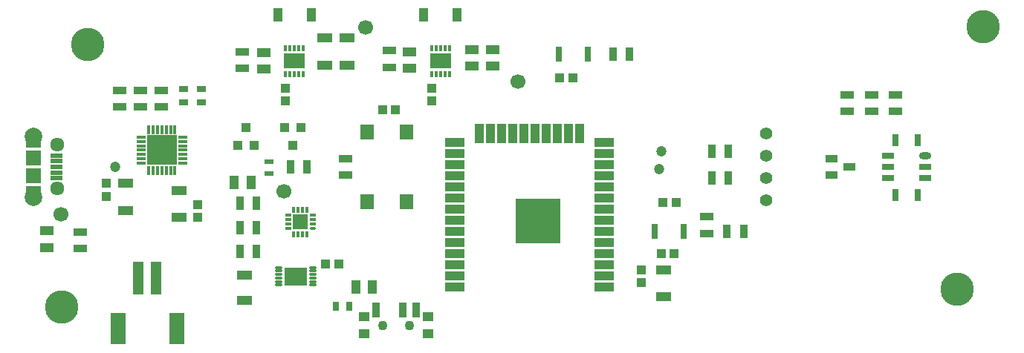
<source format=gts>
G04*
G04 #@! TF.GenerationSoftware,Altium Limited,Altium Designer,18.1.9 (240)*
G04*
G04 Layer_Color=8388736*
%FSLAX25Y25*%
%MOIN*%
G70*
G01*
G75*
%ADD58R,0.07099X0.04343*%
%ADD59R,0.03556X0.05918*%
%ADD60R,0.04343X0.05918*%
%ADD61O,0.03937X0.01181*%
%ADD62R,0.10446X0.08477*%
%ADD63C,0.06693*%
%ADD64R,0.06706X0.14186*%
%ADD65R,0.04737X0.14580*%
%ADD66C,0.04724*%
%ADD67R,0.06154X0.04186*%
%ADD68R,0.05918X0.03556*%
%ADD69R,0.06902X0.06706*%
%ADD70R,0.05709X0.02165*%
%ADD71R,0.05524X0.03162*%
%ADD72O,0.05524X0.03162*%
%ADD73R,0.03162X0.05524*%
%ADD74R,0.20485X0.20485*%
%ADD75R,0.08674X0.04343*%
%ADD76R,0.04343X0.08674*%
%ADD77R,0.04370X0.01457*%
%ADD78R,0.01457X0.04370*%
%ADD79R,0.13189X0.13189*%
%ADD80R,0.03950X0.03950*%
%ADD81R,0.03162X0.04343*%
%ADD82R,0.05918X0.06902*%
%ADD83R,0.06693X0.06693*%
%ADD84O,0.02756X0.01378*%
%ADD85R,0.02756X0.01378*%
%ADD86R,0.01378X0.02756*%
%ADD87R,0.03950X0.04343*%
%ADD88R,0.01339X0.02756*%
%ADD89R,0.09794X0.06894*%
%ADD90R,0.02965X0.06706*%
%ADD91R,0.03950X0.03950*%
%ADD92R,0.05918X0.04343*%
%ADD93R,0.04343X0.03162*%
%ADD94R,0.05446X0.03202*%
%ADD95R,0.03556X0.06706*%
%ADD96R,0.04737X0.03950*%
%ADD97R,0.03950X0.01981*%
%ADD98C,0.14961*%
%ADD99C,0.07887*%
%ADD100C,0.06343*%
%ADD101C,0.05512*%
%ADD102C,0.04343*%
D58*
X147673Y140551D02*
D03*
Y128347D02*
D03*
X137795Y140551D02*
D03*
Y128347D02*
D03*
X101575Y34055D02*
D03*
Y22638D02*
D03*
X289567Y24213D02*
D03*
Y36417D02*
D03*
X72244Y59842D02*
D03*
Y72047D02*
D03*
X48228Y62992D02*
D03*
Y75197D02*
D03*
D59*
X311221Y77756D02*
D03*
X318701D02*
D03*
X318701Y89567D02*
D03*
X311221D02*
D03*
X107087Y66142D02*
D03*
X99606D02*
D03*
X122228Y82677D02*
D03*
X129709D02*
D03*
X325590Y53740D02*
D03*
X318110D02*
D03*
X274410Y133161D02*
D03*
X266929D02*
D03*
X107087Y44488D02*
D03*
X99606D02*
D03*
Y55315D02*
D03*
X107087D02*
D03*
D60*
X97146Y75590D02*
D03*
X104626D02*
D03*
X151575Y28740D02*
D03*
X159055D02*
D03*
X196850Y151083D02*
D03*
X181890D02*
D03*
X116732D02*
D03*
X131693D02*
D03*
D61*
X132480Y29528D02*
D03*
Y31102D02*
D03*
Y32677D02*
D03*
Y34252D02*
D03*
Y35827D02*
D03*
Y37402D02*
D03*
X117126D02*
D03*
Y35827D02*
D03*
Y34252D02*
D03*
Y32677D02*
D03*
Y31102D02*
D03*
Y29528D02*
D03*
D62*
X124803Y33465D02*
D03*
D63*
X119291Y71653D02*
D03*
X19291Y61417D02*
D03*
X224213Y121063D02*
D03*
X155965Y145276D02*
D03*
D64*
X44882Y9843D02*
D03*
X71260D02*
D03*
D65*
X54134Y32480D02*
D03*
X62008D02*
D03*
D66*
X287795Y81496D02*
D03*
X288583Y89567D02*
D03*
X43807Y82571D02*
D03*
D67*
X12992Y53839D02*
D03*
Y46161D02*
D03*
D68*
X27953Y53347D02*
D03*
Y45866D02*
D03*
X393701Y114961D02*
D03*
Y107480D02*
D03*
X309055Y52756D02*
D03*
Y60236D02*
D03*
X146850Y78937D02*
D03*
Y86417D02*
D03*
X166535Y127362D02*
D03*
Y134843D02*
D03*
X54921Y109646D02*
D03*
Y117126D02*
D03*
X45630Y109646D02*
D03*
Y117126D02*
D03*
X64213Y109646D02*
D03*
Y117126D02*
D03*
X382874Y114961D02*
D03*
Y107480D02*
D03*
X372047Y114961D02*
D03*
Y107480D02*
D03*
X100787Y126969D02*
D03*
Y134449D02*
D03*
D69*
X6890Y70669D02*
D03*
Y94685D02*
D03*
Y78740D02*
D03*
Y86614D02*
D03*
D70*
X17421Y77559D02*
D03*
Y80118D02*
D03*
Y82677D02*
D03*
Y85236D02*
D03*
Y87795D02*
D03*
D71*
X407087Y77598D02*
D03*
Y82598D02*
D03*
X390354Y87598D02*
D03*
Y82598D02*
D03*
Y77598D02*
D03*
D72*
X407087Y87598D02*
D03*
D73*
X403721Y94646D02*
D03*
X393721D02*
D03*
Y70079D02*
D03*
X403721D02*
D03*
D74*
X233465Y58268D02*
D03*
D75*
X262992Y28740D02*
D03*
Y33740D02*
D03*
Y38740D02*
D03*
Y43740D02*
D03*
Y48740D02*
D03*
Y53740D02*
D03*
Y58740D02*
D03*
Y63740D02*
D03*
Y68740D02*
D03*
Y73740D02*
D03*
Y78740D02*
D03*
Y83740D02*
D03*
Y88740D02*
D03*
Y93740D02*
D03*
X196063D02*
D03*
Y88740D02*
D03*
Y83740D02*
D03*
Y78740D02*
D03*
Y73740D02*
D03*
Y68740D02*
D03*
Y63740D02*
D03*
Y58740D02*
D03*
Y53740D02*
D03*
Y48740D02*
D03*
Y43740D02*
D03*
Y38740D02*
D03*
Y33740D02*
D03*
Y28740D02*
D03*
D76*
X252028Y97677D02*
D03*
X247028D02*
D03*
X242028D02*
D03*
X237028D02*
D03*
X232028D02*
D03*
X227028D02*
D03*
X222028D02*
D03*
X217028D02*
D03*
X212028D02*
D03*
X207028D02*
D03*
D77*
X55276Y96063D02*
D03*
Y94095D02*
D03*
Y92126D02*
D03*
Y90158D02*
D03*
Y88189D02*
D03*
Y86221D02*
D03*
Y84252D02*
D03*
X73858D02*
D03*
Y86221D02*
D03*
Y88189D02*
D03*
Y90158D02*
D03*
Y92126D02*
D03*
Y94095D02*
D03*
Y96063D02*
D03*
D78*
X58661Y80866D02*
D03*
X60630D02*
D03*
X62598D02*
D03*
X64567D02*
D03*
X66535D02*
D03*
X68504D02*
D03*
X70473D02*
D03*
Y99449D02*
D03*
X68504D02*
D03*
X66535D02*
D03*
X64567D02*
D03*
X62598D02*
D03*
X60630D02*
D03*
X58661D02*
D03*
D79*
X64567Y90158D02*
D03*
D80*
X289370Y66535D02*
D03*
X295276D02*
D03*
X169488Y108268D02*
D03*
X163583D02*
D03*
X288583Y43740D02*
D03*
X294488D02*
D03*
X249035Y122571D02*
D03*
X243130D02*
D03*
X143898Y38958D02*
D03*
X137992D02*
D03*
D81*
X148622Y20079D02*
D03*
X142717D02*
D03*
D82*
X156693Y67028D02*
D03*
Y98327D02*
D03*
X174409Y67028D02*
D03*
Y98327D02*
D03*
D83*
X126772Y57874D02*
D03*
D84*
X132283Y54921D02*
D03*
D85*
Y56890D02*
D03*
Y58858D02*
D03*
Y60827D02*
D03*
X121260D02*
D03*
Y58858D02*
D03*
Y56890D02*
D03*
Y54921D02*
D03*
D86*
X129724Y63386D02*
D03*
X127756D02*
D03*
X125787D02*
D03*
X123819D02*
D03*
Y52362D02*
D03*
X125787D02*
D03*
X127756D02*
D03*
X129724D02*
D03*
D87*
X119685Y100236D02*
D03*
X127165D02*
D03*
X123425Y92362D02*
D03*
X106102D02*
D03*
X98622D02*
D03*
X102362Y100236D02*
D03*
D88*
X127953Y136024D02*
D03*
X125984D02*
D03*
X124016D02*
D03*
X122047D02*
D03*
X120079D02*
D03*
Y124424D02*
D03*
X122047D02*
D03*
X124016D02*
D03*
X125984D02*
D03*
X127953D02*
D03*
X193701D02*
D03*
X191732D02*
D03*
X189764D02*
D03*
X187795D02*
D03*
X185827D02*
D03*
Y136024D02*
D03*
X187795D02*
D03*
X189764D02*
D03*
X191732D02*
D03*
X193701D02*
D03*
D89*
X124016Y130224D02*
D03*
X189764D02*
D03*
D90*
X285728Y53543D02*
D03*
X298524D02*
D03*
X242835Y133161D02*
D03*
X255630D02*
D03*
D91*
X185827Y118110D02*
D03*
Y112205D02*
D03*
X279724Y36417D02*
D03*
Y30512D02*
D03*
X120079Y118110D02*
D03*
Y112205D02*
D03*
X80709Y65748D02*
D03*
Y59842D02*
D03*
X39764Y75197D02*
D03*
Y69291D02*
D03*
D92*
X212992Y127854D02*
D03*
Y135335D02*
D03*
X203543Y127854D02*
D03*
Y135335D02*
D03*
X175591Y134449D02*
D03*
Y126969D02*
D03*
X110236Y134055D02*
D03*
Y126575D02*
D03*
D93*
X74410Y111614D02*
D03*
Y117520D02*
D03*
X82284Y117520D02*
D03*
Y111614D02*
D03*
D94*
X365059Y86279D02*
D03*
Y79075D02*
D03*
X373130Y82677D02*
D03*
D95*
X172638Y18307D02*
D03*
X160827D02*
D03*
X178543D02*
D03*
D96*
X155315Y7618D02*
D03*
X184055D02*
D03*
X155315Y15216D02*
D03*
X184055D02*
D03*
D97*
X112779Y79724D02*
D03*
Y84842D02*
D03*
D98*
X421260Y27559D02*
D03*
X433071Y145669D02*
D03*
X31496Y137795D02*
D03*
X19685Y19685D02*
D03*
D99*
X6890Y68898D02*
D03*
Y96457D02*
D03*
D100*
X17520Y72835D02*
D03*
Y92520D02*
D03*
D101*
X335630Y97598D02*
D03*
Y87598D02*
D03*
Y77598D02*
D03*
Y67598D02*
D03*
D102*
X163779Y11417D02*
D03*
X175591D02*
D03*
M02*

</source>
